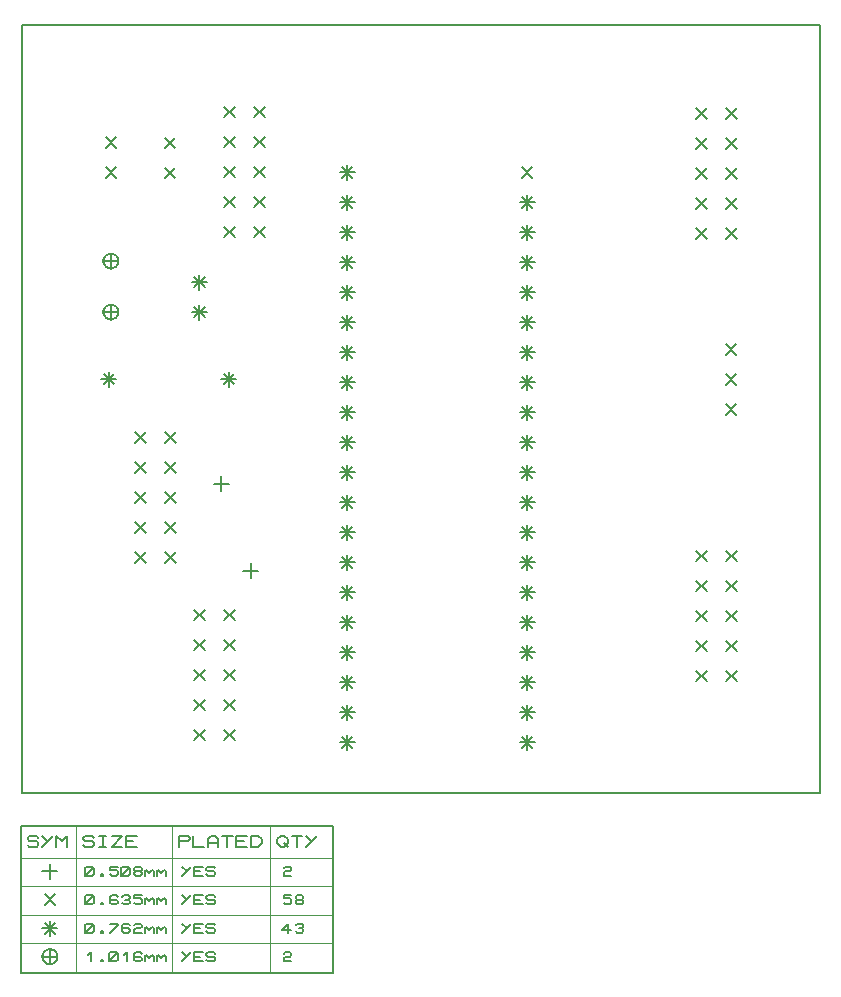
<source format=gbr>
G04 PROTEUS RS274X GERBER FILE*
%FSLAX45Y45*%
%MOMM*%
G01*
%ADD16C,0.203200*%
%ADD26C,0.127000*%
%ADD27C,0.063500*%
D16*
X-1315621Y-810761D02*
X-1315621Y-937761D01*
X-1379121Y-874261D02*
X-1252121Y-874261D01*
X-1566962Y-71194D02*
X-1566962Y-198194D01*
X-1630462Y-134694D02*
X-1503462Y-134694D01*
X-500000Y+2563500D02*
X-500000Y+2436500D01*
X-563500Y+2500000D02*
X-436500Y+2500000D01*
X-544901Y+2544901D02*
X-455099Y+2455099D01*
X-544901Y+2455099D02*
X-455099Y+2544901D01*
X-500000Y+2309500D02*
X-500000Y+2182500D01*
X-563500Y+2246000D02*
X-436500Y+2246000D01*
X-544901Y+2290901D02*
X-455099Y+2201099D01*
X-544901Y+2201099D02*
X-455099Y+2290901D01*
X-500000Y+2055500D02*
X-500000Y+1928500D01*
X-563500Y+1992000D02*
X-436500Y+1992000D01*
X-544901Y+2036901D02*
X-455099Y+1947099D01*
X-544901Y+1947099D02*
X-455099Y+2036901D01*
X-500000Y+1801500D02*
X-500000Y+1674500D01*
X-563500Y+1738000D02*
X-436500Y+1738000D01*
X-544901Y+1782901D02*
X-455099Y+1693099D01*
X-544901Y+1693099D02*
X-455099Y+1782901D01*
X-500000Y+1547500D02*
X-500000Y+1420500D01*
X-563500Y+1484000D02*
X-436500Y+1484000D01*
X-544901Y+1528901D02*
X-455099Y+1439099D01*
X-544901Y+1439099D02*
X-455099Y+1528901D01*
X-500000Y+1293500D02*
X-500000Y+1166500D01*
X-563500Y+1230000D02*
X-436500Y+1230000D01*
X-544901Y+1274901D02*
X-455099Y+1185099D01*
X-544901Y+1185099D02*
X-455099Y+1274901D01*
X-500000Y+1039500D02*
X-500000Y+912500D01*
X-563500Y+976000D02*
X-436500Y+976000D01*
X-544901Y+1020901D02*
X-455099Y+931099D01*
X-544901Y+931099D02*
X-455099Y+1020901D01*
X-500000Y+785500D02*
X-500000Y+658500D01*
X-563500Y+722000D02*
X-436500Y+722000D01*
X-544901Y+766901D02*
X-455099Y+677099D01*
X-544901Y+677099D02*
X-455099Y+766901D01*
X-500000Y+531500D02*
X-500000Y+404500D01*
X-563500Y+468000D02*
X-436500Y+468000D01*
X-544901Y+512901D02*
X-455099Y+423099D01*
X-544901Y+423099D02*
X-455099Y+512901D01*
X-500000Y+277500D02*
X-500000Y+150500D01*
X-563500Y+214000D02*
X-436500Y+214000D01*
X-544901Y+258901D02*
X-455099Y+169099D01*
X-544901Y+169099D02*
X-455099Y+258901D01*
X-500000Y+23500D02*
X-500000Y-103500D01*
X-563500Y-40000D02*
X-436500Y-40000D01*
X-544901Y+4901D02*
X-455099Y-84901D01*
X-544901Y-84901D02*
X-455099Y+4901D01*
X-500000Y-230500D02*
X-500000Y-357500D01*
X-563500Y-294000D02*
X-436500Y-294000D01*
X-544901Y-249099D02*
X-455099Y-338901D01*
X-544901Y-338901D02*
X-455099Y-249099D01*
X-500000Y-484500D02*
X-500000Y-611500D01*
X-563500Y-548000D02*
X-436500Y-548000D01*
X-544901Y-503099D02*
X-455099Y-592901D01*
X-544901Y-592901D02*
X-455099Y-503099D01*
X-500000Y-738500D02*
X-500000Y-865500D01*
X-563500Y-802000D02*
X-436500Y-802000D01*
X-544901Y-757099D02*
X-455099Y-846901D01*
X-544901Y-846901D02*
X-455099Y-757099D01*
X-500000Y-992500D02*
X-500000Y-1119500D01*
X-563500Y-1056000D02*
X-436500Y-1056000D01*
X-544901Y-1011099D02*
X-455099Y-1100901D01*
X-544901Y-1100901D02*
X-455099Y-1011099D01*
X-500000Y-1246500D02*
X-500000Y-1373500D01*
X-563500Y-1310000D02*
X-436500Y-1310000D01*
X-544901Y-1265099D02*
X-455099Y-1354901D01*
X-544901Y-1354901D02*
X-455099Y-1265099D01*
X-500000Y-1500500D02*
X-500000Y-1627500D01*
X-563500Y-1564000D02*
X-436500Y-1564000D01*
X-544901Y-1519099D02*
X-455099Y-1608901D01*
X-544901Y-1608901D02*
X-455099Y-1519099D01*
X-500000Y-1754500D02*
X-500000Y-1881500D01*
X-563500Y-1818000D02*
X-436500Y-1818000D01*
X-544901Y-1773099D02*
X-455099Y-1862901D01*
X-544901Y-1862901D02*
X-455099Y-1773099D01*
X-500000Y-2008500D02*
X-500000Y-2135500D01*
X-563500Y-2072000D02*
X-436500Y-2072000D01*
X-544901Y-2027099D02*
X-455099Y-2116901D01*
X-544901Y-2116901D02*
X-455099Y-2027099D01*
X-500000Y-2262500D02*
X-500000Y-2389500D01*
X-563500Y-2326000D02*
X-436500Y-2326000D01*
X-544901Y-2281099D02*
X-455099Y-2370901D01*
X-544901Y-2370901D02*
X-455099Y-2281099D01*
X+1024000Y-2262500D02*
X+1024000Y-2389500D01*
X+960500Y-2326000D02*
X+1087500Y-2326000D01*
X+979099Y-2281099D02*
X+1068901Y-2370901D01*
X+979099Y-2370901D02*
X+1068901Y-2281099D01*
X+1024000Y-2008500D02*
X+1024000Y-2135500D01*
X+960500Y-2072000D02*
X+1087500Y-2072000D01*
X+979099Y-2027099D02*
X+1068901Y-2116901D01*
X+979099Y-2116901D02*
X+1068901Y-2027099D01*
X+1024000Y-1754500D02*
X+1024000Y-1881500D01*
X+960500Y-1818000D02*
X+1087500Y-1818000D01*
X+979099Y-1773099D02*
X+1068901Y-1862901D01*
X+979099Y-1862901D02*
X+1068901Y-1773099D01*
X+1024000Y-1500500D02*
X+1024000Y-1627500D01*
X+960500Y-1564000D02*
X+1087500Y-1564000D01*
X+979099Y-1519099D02*
X+1068901Y-1608901D01*
X+979099Y-1608901D02*
X+1068901Y-1519099D01*
X+1024000Y-1246500D02*
X+1024000Y-1373500D01*
X+960500Y-1310000D02*
X+1087500Y-1310000D01*
X+979099Y-1265099D02*
X+1068901Y-1354901D01*
X+979099Y-1354901D02*
X+1068901Y-1265099D01*
X+1024000Y-992500D02*
X+1024000Y-1119500D01*
X+960500Y-1056000D02*
X+1087500Y-1056000D01*
X+979099Y-1011099D02*
X+1068901Y-1100901D01*
X+979099Y-1100901D02*
X+1068901Y-1011099D01*
X+1024000Y-738500D02*
X+1024000Y-865500D01*
X+960500Y-802000D02*
X+1087500Y-802000D01*
X+979099Y-757099D02*
X+1068901Y-846901D01*
X+979099Y-846901D02*
X+1068901Y-757099D01*
X+1024000Y-484500D02*
X+1024000Y-611500D01*
X+960500Y-548000D02*
X+1087500Y-548000D01*
X+979099Y-503099D02*
X+1068901Y-592901D01*
X+979099Y-592901D02*
X+1068901Y-503099D01*
X+1024000Y-230500D02*
X+1024000Y-357500D01*
X+960500Y-294000D02*
X+1087500Y-294000D01*
X+979099Y-249099D02*
X+1068901Y-338901D01*
X+979099Y-338901D02*
X+1068901Y-249099D01*
X+1024000Y+23500D02*
X+1024000Y-103500D01*
X+960500Y-40000D02*
X+1087500Y-40000D01*
X+979099Y+4901D02*
X+1068901Y-84901D01*
X+979099Y-84901D02*
X+1068901Y+4901D01*
X+1024000Y+277500D02*
X+1024000Y+150500D01*
X+960500Y+214000D02*
X+1087500Y+214000D01*
X+979099Y+258901D02*
X+1068901Y+169099D01*
X+979099Y+169099D02*
X+1068901Y+258901D01*
X+1024000Y+531500D02*
X+1024000Y+404500D01*
X+960500Y+468000D02*
X+1087500Y+468000D01*
X+979099Y+512901D02*
X+1068901Y+423099D01*
X+979099Y+423099D02*
X+1068901Y+512901D01*
X+1024000Y+785500D02*
X+1024000Y+658500D01*
X+960500Y+722000D02*
X+1087500Y+722000D01*
X+979099Y+766901D02*
X+1068901Y+677099D01*
X+979099Y+677099D02*
X+1068901Y+766901D01*
X+1024000Y+1039500D02*
X+1024000Y+912500D01*
X+960500Y+976000D02*
X+1087500Y+976000D01*
X+979099Y+1020901D02*
X+1068901Y+931099D01*
X+979099Y+931099D02*
X+1068901Y+1020901D01*
X+1024000Y+1293500D02*
X+1024000Y+1166500D01*
X+960500Y+1230000D02*
X+1087500Y+1230000D01*
X+979099Y+1274901D02*
X+1068901Y+1185099D01*
X+979099Y+1185099D02*
X+1068901Y+1274901D01*
X+1024000Y+1547500D02*
X+1024000Y+1420500D01*
X+960500Y+1484000D02*
X+1087500Y+1484000D01*
X+979099Y+1528901D02*
X+1068901Y+1439099D01*
X+979099Y+1439099D02*
X+1068901Y+1528901D01*
X+1024000Y+1801500D02*
X+1024000Y+1674500D01*
X+960500Y+1738000D02*
X+1087500Y+1738000D01*
X+979099Y+1782901D02*
X+1068901Y+1693099D01*
X+979099Y+1693099D02*
X+1068901Y+1782901D01*
X+1024000Y+2055500D02*
X+1024000Y+1928500D01*
X+960500Y+1992000D02*
X+1087500Y+1992000D01*
X+979099Y+2036901D02*
X+1068901Y+1947099D01*
X+979099Y+1947099D02*
X+1068901Y+2036901D01*
X+1024000Y+2309500D02*
X+1024000Y+2182500D01*
X+960500Y+2246000D02*
X+1087500Y+2246000D01*
X+979099Y+2290901D02*
X+1068901Y+2201099D01*
X+979099Y+2201099D02*
X+1068901Y+2290901D01*
X+979099Y+2544901D02*
X+1068901Y+2455099D01*
X+979099Y+2455099D02*
X+1068901Y+2544901D01*
X-1540901Y+3056901D02*
X-1451099Y+2967099D01*
X-1540901Y+2967099D02*
X-1451099Y+3056901D01*
X-1540901Y+2802901D02*
X-1451099Y+2713099D01*
X-1540901Y+2713099D02*
X-1451099Y+2802901D01*
X-1540901Y+2548901D02*
X-1451099Y+2459099D01*
X-1540901Y+2459099D02*
X-1451099Y+2548901D01*
X-1540901Y+2294901D02*
X-1451099Y+2205099D01*
X-1540901Y+2205099D02*
X-1451099Y+2294901D01*
X-1540901Y+2040901D02*
X-1451099Y+1951099D01*
X-1540901Y+1951099D02*
X-1451099Y+2040901D01*
X-1286901Y+2040901D02*
X-1197099Y+1951099D01*
X-1286901Y+1951099D02*
X-1197099Y+2040901D01*
X-1286901Y+2294901D02*
X-1197099Y+2205099D01*
X-1286901Y+2205099D02*
X-1197099Y+2294901D01*
X-1286901Y+2548901D02*
X-1197099Y+2459099D01*
X-1286901Y+2459099D02*
X-1197099Y+2548901D01*
X-1286901Y+2802901D02*
X-1197099Y+2713099D01*
X-1286901Y+2713099D02*
X-1197099Y+2802901D01*
X-1286901Y+3056901D02*
X-1197099Y+2967099D01*
X-1286901Y+2967099D02*
X-1197099Y+3056901D01*
X-1794901Y-1201099D02*
X-1705099Y-1290901D01*
X-1794901Y-1290901D02*
X-1705099Y-1201099D01*
X-1794901Y-1455099D02*
X-1705099Y-1544901D01*
X-1794901Y-1544901D02*
X-1705099Y-1455099D01*
X-1794901Y-1709099D02*
X-1705099Y-1798901D01*
X-1794901Y-1798901D02*
X-1705099Y-1709099D01*
X-1794901Y-1963099D02*
X-1705099Y-2052901D01*
X-1794901Y-2052901D02*
X-1705099Y-1963099D01*
X-1794901Y-2217099D02*
X-1705099Y-2306901D01*
X-1794901Y-2306901D02*
X-1705099Y-2217099D01*
X-1540901Y-2217099D02*
X-1451099Y-2306901D01*
X-1540901Y-2306901D02*
X-1451099Y-2217099D01*
X-1540901Y-1963099D02*
X-1451099Y-2052901D01*
X-1540901Y-2052901D02*
X-1451099Y-1963099D01*
X-1540901Y-1709099D02*
X-1451099Y-1798901D01*
X-1540901Y-1798901D02*
X-1451099Y-1709099D01*
X-1540901Y-1455099D02*
X-1451099Y-1544901D01*
X-1540901Y-1544901D02*
X-1451099Y-1455099D01*
X-1540901Y-1201099D02*
X-1451099Y-1290901D01*
X-1540901Y-1290901D02*
X-1451099Y-1201099D01*
X+2455099Y+3044901D02*
X+2544901Y+2955099D01*
X+2455099Y+2955099D02*
X+2544901Y+3044901D01*
X+2455099Y+2790901D02*
X+2544901Y+2701099D01*
X+2455099Y+2701099D02*
X+2544901Y+2790901D01*
X+2455099Y+2536901D02*
X+2544901Y+2447099D01*
X+2455099Y+2447099D02*
X+2544901Y+2536901D01*
X+2455099Y+2282901D02*
X+2544901Y+2193099D01*
X+2455099Y+2193099D02*
X+2544901Y+2282901D01*
X+2455099Y+2028901D02*
X+2544901Y+1939099D01*
X+2455099Y+1939099D02*
X+2544901Y+2028901D01*
X+2709099Y+2028901D02*
X+2798901Y+1939099D01*
X+2709099Y+1939099D02*
X+2798901Y+2028901D01*
X+2709099Y+2282901D02*
X+2798901Y+2193099D01*
X+2709099Y+2193099D02*
X+2798901Y+2282901D01*
X+2709099Y+2536901D02*
X+2798901Y+2447099D01*
X+2709099Y+2447099D02*
X+2798901Y+2536901D01*
X+2709099Y+2790901D02*
X+2798901Y+2701099D01*
X+2709099Y+2701099D02*
X+2798901Y+2790901D01*
X+2709099Y+3044901D02*
X+2798901Y+2955099D01*
X+2709099Y+2955099D02*
X+2798901Y+3044901D01*
X+2709099Y-1717099D02*
X+2798901Y-1806901D01*
X+2709099Y-1806901D02*
X+2798901Y-1717099D01*
X+2709099Y-1463099D02*
X+2798901Y-1552901D01*
X+2709099Y-1552901D02*
X+2798901Y-1463099D01*
X+2709099Y-1209099D02*
X+2798901Y-1298901D01*
X+2709099Y-1298901D02*
X+2798901Y-1209099D01*
X+2709099Y-955099D02*
X+2798901Y-1044901D01*
X+2709099Y-1044901D02*
X+2798901Y-955099D01*
X+2709099Y-701099D02*
X+2798901Y-790901D01*
X+2709099Y-790901D02*
X+2798901Y-701099D01*
X+2455099Y-701099D02*
X+2544901Y-790901D01*
X+2455099Y-790901D02*
X+2544901Y-701099D01*
X+2455099Y-955099D02*
X+2544901Y-1044901D01*
X+2455099Y-1044901D02*
X+2544901Y-955099D01*
X+2455099Y-1209099D02*
X+2544901Y-1298901D01*
X+2455099Y-1298901D02*
X+2544901Y-1209099D01*
X+2455099Y-1463099D02*
X+2544901Y-1552901D01*
X+2455099Y-1552901D02*
X+2544901Y-1463099D01*
X+2455099Y-1717099D02*
X+2544901Y-1806901D01*
X+2455099Y-1806901D02*
X+2544901Y-1717099D01*
X-1500000Y+813500D02*
X-1500000Y+686500D01*
X-1563500Y+750000D02*
X-1436500Y+750000D01*
X-1544901Y+794901D02*
X-1455099Y+705099D01*
X-1544901Y+705099D02*
X-1455099Y+794901D01*
X-2516000Y+813500D02*
X-2516000Y+686500D01*
X-2579500Y+750000D02*
X-2452500Y+750000D01*
X-2560901Y+794901D02*
X-2471099Y+705099D01*
X-2560901Y+705099D02*
X-2471099Y+794901D01*
X-1750000Y+1381700D02*
X-1750000Y+1254700D01*
X-1813500Y+1318200D02*
X-1686500Y+1318200D01*
X-1794901Y+1363101D02*
X-1705099Y+1273299D01*
X-1794901Y+1273299D02*
X-1705099Y+1363101D01*
X-1750000Y+1635700D02*
X-1750000Y+1508700D01*
X-1813500Y+1572200D02*
X-1686500Y+1572200D01*
X-1794901Y+1617101D02*
X-1705099Y+1527299D01*
X-1794901Y+1527299D02*
X-1705099Y+1617101D01*
X-2436500Y+1318200D02*
X-2436717Y+1323447D01*
X-2438482Y+1333942D01*
X-2442174Y+1344437D01*
X-2448202Y+1354932D01*
X-2457424Y+1365312D01*
X-2467919Y+1373000D01*
X-2478414Y+1377918D01*
X-2488909Y+1380724D01*
X-2499404Y+1381697D01*
X-2500000Y+1381700D01*
X-2563500Y+1318200D02*
X-2563283Y+1323447D01*
X-2561518Y+1333942D01*
X-2557826Y+1344437D01*
X-2551798Y+1354932D01*
X-2542576Y+1365312D01*
X-2532081Y+1373000D01*
X-2521586Y+1377918D01*
X-2511091Y+1380724D01*
X-2500596Y+1381697D01*
X-2500000Y+1381700D01*
X-2563500Y+1318200D02*
X-2563283Y+1312953D01*
X-2561518Y+1302458D01*
X-2557826Y+1291963D01*
X-2551798Y+1281468D01*
X-2542576Y+1271088D01*
X-2532081Y+1263400D01*
X-2521586Y+1258482D01*
X-2511091Y+1255676D01*
X-2500596Y+1254703D01*
X-2500000Y+1254700D01*
X-2436500Y+1318200D02*
X-2436717Y+1312953D01*
X-2438482Y+1302458D01*
X-2442174Y+1291963D01*
X-2448202Y+1281468D01*
X-2457424Y+1271088D01*
X-2467919Y+1263400D01*
X-2478414Y+1258482D01*
X-2488909Y+1255676D01*
X-2499404Y+1254703D01*
X-2500000Y+1254700D01*
X-2500000Y+1381700D02*
X-2500000Y+1254700D01*
X-2563500Y+1318200D02*
X-2436500Y+1318200D01*
X-2436500Y+1750000D02*
X-2436717Y+1755247D01*
X-2438482Y+1765742D01*
X-2442174Y+1776237D01*
X-2448202Y+1786732D01*
X-2457424Y+1797112D01*
X-2467919Y+1804800D01*
X-2478414Y+1809718D01*
X-2488909Y+1812524D01*
X-2499404Y+1813497D01*
X-2500000Y+1813500D01*
X-2563500Y+1750000D02*
X-2563283Y+1755247D01*
X-2561518Y+1765742D01*
X-2557826Y+1776237D01*
X-2551798Y+1786732D01*
X-2542576Y+1797112D01*
X-2532081Y+1804800D01*
X-2521586Y+1809718D01*
X-2511091Y+1812524D01*
X-2500596Y+1813497D01*
X-2500000Y+1813500D01*
X-2563500Y+1750000D02*
X-2563283Y+1744753D01*
X-2561518Y+1734258D01*
X-2557826Y+1723763D01*
X-2551798Y+1713268D01*
X-2542576Y+1702888D01*
X-2532081Y+1695200D01*
X-2521586Y+1690282D01*
X-2511091Y+1687476D01*
X-2500596Y+1686503D01*
X-2500000Y+1686500D01*
X-2436500Y+1750000D02*
X-2436717Y+1744753D01*
X-2438482Y+1734258D01*
X-2442174Y+1723763D01*
X-2448202Y+1713268D01*
X-2457424Y+1702888D01*
X-2467919Y+1695200D01*
X-2478414Y+1690282D01*
X-2488909Y+1687476D01*
X-2499404Y+1686503D01*
X-2500000Y+1686500D01*
X-2500000Y+1813500D02*
X-2500000Y+1686500D01*
X-2563500Y+1750000D02*
X-2436500Y+1750000D01*
X-2294901Y+298901D02*
X-2205099Y+209099D01*
X-2294901Y+209099D02*
X-2205099Y+298901D01*
X-2294901Y+44901D02*
X-2205099Y-44901D01*
X-2294901Y-44901D02*
X-2205099Y+44901D01*
X-2294901Y-209099D02*
X-2205099Y-298901D01*
X-2294901Y-298901D02*
X-2205099Y-209099D01*
X-2294901Y-463099D02*
X-2205099Y-552901D01*
X-2294901Y-552901D02*
X-2205099Y-463099D01*
X-2294901Y-717099D02*
X-2205099Y-806901D01*
X-2294901Y-806901D02*
X-2205099Y-717099D01*
X-2040901Y-717099D02*
X-1951099Y-806901D01*
X-2040901Y-806901D02*
X-1951099Y-717099D01*
X-2040901Y-463099D02*
X-1951099Y-552901D01*
X-2040901Y-552901D02*
X-1951099Y-463099D01*
X-2040901Y-209099D02*
X-1951099Y-298901D01*
X-2040901Y-298901D02*
X-1951099Y-209099D01*
X-2040901Y+44901D02*
X-1951099Y-44901D01*
X-2040901Y-44901D02*
X-1951099Y+44901D01*
X-2040901Y+298901D02*
X-1951099Y+209099D01*
X-2040901Y+209099D02*
X-1951099Y+298901D01*
X+2705099Y+1044901D02*
X+2794901Y+955099D01*
X+2705099Y+955099D02*
X+2794901Y+1044901D01*
X+2705099Y+790901D02*
X+2794901Y+701099D01*
X+2705099Y+701099D02*
X+2794901Y+790901D01*
X+2705099Y+536901D02*
X+2794901Y+447099D01*
X+2705099Y+447099D02*
X+2794901Y+536901D01*
X-2044901Y+2540901D02*
X-1955099Y+2451099D01*
X-2044901Y+2451099D02*
X-1955099Y+2540901D01*
X-2044901Y+2794901D02*
X-1955099Y+2705099D01*
X-2044901Y+2705099D02*
X-1955099Y+2794901D01*
X-2544901Y+2544901D02*
X-2455099Y+2455099D01*
X-2544901Y+2455099D02*
X-2455099Y+2544901D01*
X-2544901Y+2798901D02*
X-2455099Y+2709099D01*
X-2544901Y+2709099D02*
X-2455099Y+2798901D01*
X-3250000Y-2750000D02*
X+3500000Y-2750000D01*
X+3500000Y+3750000D01*
X-3250000Y+3750000D01*
X-3250000Y-2750000D01*
D26*
X-3262700Y-4274000D02*
X-618560Y-4274000D01*
X-618560Y-3029400D01*
X-3262700Y-3029400D01*
X-3262700Y-4274000D01*
D27*
X-2795338Y-3029400D02*
X-2795338Y-4274000D01*
X-1982538Y-3029400D02*
X-1982538Y-4274000D01*
X-1149418Y-3029400D02*
X-1149418Y-4274000D01*
X-3262700Y-3302450D02*
X-618560Y-3302450D01*
X-3262700Y-3543750D02*
X-618560Y-3543750D01*
X-3262700Y-3785050D02*
X-618560Y-3785050D01*
X-3262700Y-4026350D02*
X-618560Y-4026350D01*
D26*
X-3205550Y-3193230D02*
X-3190310Y-3208470D01*
X-3129350Y-3208470D01*
X-3114110Y-3193230D01*
X-3114110Y-3177990D01*
X-3129350Y-3162750D01*
X-3190310Y-3162750D01*
X-3205550Y-3147510D01*
X-3205550Y-3132270D01*
X-3190310Y-3117030D01*
X-3129350Y-3117030D01*
X-3114110Y-3132270D01*
X-2992190Y-3117030D02*
X-3083630Y-3208470D01*
X-3083630Y-3117030D02*
X-3037910Y-3162750D01*
X-2961710Y-3208470D02*
X-2961710Y-3117030D01*
X-2915990Y-3162750D01*
X-2870270Y-3117030D01*
X-2870270Y-3208470D01*
X-2738190Y-3193230D02*
X-2722950Y-3208470D01*
X-2661990Y-3208470D01*
X-2646750Y-3193230D01*
X-2646750Y-3177990D01*
X-2661990Y-3162750D01*
X-2722950Y-3162750D01*
X-2738190Y-3147510D01*
X-2738190Y-3132270D01*
X-2722950Y-3117030D01*
X-2661990Y-3117030D01*
X-2646750Y-3132270D01*
X-2601030Y-3117030D02*
X-2540070Y-3117030D01*
X-2570550Y-3117030D02*
X-2570550Y-3208470D01*
X-2601030Y-3208470D02*
X-2540070Y-3208470D01*
X-2494350Y-3117030D02*
X-2402910Y-3117030D01*
X-2494350Y-3208470D01*
X-2402910Y-3208470D01*
X-2280990Y-3208470D02*
X-2372430Y-3208470D01*
X-2372430Y-3117030D01*
X-2280990Y-3117030D01*
X-2372430Y-3162750D02*
X-2311470Y-3162750D01*
X-1925390Y-3208470D02*
X-1925390Y-3117030D01*
X-1849190Y-3117030D01*
X-1833950Y-3132270D01*
X-1833950Y-3147510D01*
X-1849190Y-3162750D01*
X-1925390Y-3162750D01*
X-1803470Y-3117030D02*
X-1803470Y-3208470D01*
X-1712030Y-3208470D01*
X-1681550Y-3208470D02*
X-1681550Y-3147510D01*
X-1651070Y-3117030D01*
X-1620590Y-3117030D01*
X-1590110Y-3147510D01*
X-1590110Y-3208470D01*
X-1681550Y-3177990D02*
X-1590110Y-3177990D01*
X-1559630Y-3117030D02*
X-1468190Y-3117030D01*
X-1513910Y-3117030D02*
X-1513910Y-3208470D01*
X-1346270Y-3208470D02*
X-1437710Y-3208470D01*
X-1437710Y-3117030D01*
X-1346270Y-3117030D01*
X-1437710Y-3162750D02*
X-1376750Y-3162750D01*
X-1315790Y-3208470D02*
X-1315790Y-3117030D01*
X-1254830Y-3117030D01*
X-1224350Y-3147510D01*
X-1224350Y-3177990D01*
X-1254830Y-3208470D01*
X-1315790Y-3208470D01*
X-1092270Y-3147510D02*
X-1061790Y-3117030D01*
X-1031310Y-3117030D01*
X-1000830Y-3147510D01*
X-1000830Y-3177990D01*
X-1031310Y-3208470D01*
X-1061790Y-3208470D01*
X-1092270Y-3177990D01*
X-1092270Y-3147510D01*
X-1031310Y-3177990D02*
X-1000830Y-3208470D01*
X-970350Y-3117030D02*
X-878910Y-3117030D01*
X-924630Y-3117030D02*
X-924630Y-3208470D01*
X-756990Y-3117030D02*
X-848430Y-3208470D01*
X-848430Y-3117030D02*
X-802710Y-3162750D01*
D16*
X-3016320Y-3353250D02*
X-3016320Y-3480250D01*
X-3079820Y-3416750D02*
X-2952820Y-3416750D01*
D26*
X-2719140Y-3442150D02*
X-2719140Y-3391350D01*
X-2706440Y-3378650D01*
X-2655640Y-3378650D01*
X-2642940Y-3391350D01*
X-2642940Y-3442150D01*
X-2655640Y-3454850D01*
X-2706440Y-3454850D01*
X-2719140Y-3442150D01*
X-2719140Y-3454850D02*
X-2642940Y-3378650D01*
X-2579440Y-3442150D02*
X-2566740Y-3442150D01*
X-2566740Y-3454850D01*
X-2579440Y-3454850D01*
X-2579440Y-3442150D01*
X-2439740Y-3378650D02*
X-2503240Y-3378650D01*
X-2503240Y-3404050D01*
X-2452440Y-3404050D01*
X-2439740Y-3416750D01*
X-2439740Y-3442150D01*
X-2452440Y-3454850D01*
X-2490540Y-3454850D01*
X-2503240Y-3442150D01*
X-2414340Y-3442150D02*
X-2414340Y-3391350D01*
X-2401640Y-3378650D01*
X-2350840Y-3378650D01*
X-2338140Y-3391350D01*
X-2338140Y-3442150D01*
X-2350840Y-3454850D01*
X-2401640Y-3454850D01*
X-2414340Y-3442150D01*
X-2414340Y-3454850D02*
X-2338140Y-3378650D01*
X-2287340Y-3416750D02*
X-2300040Y-3404050D01*
X-2300040Y-3391350D01*
X-2287340Y-3378650D01*
X-2249240Y-3378650D01*
X-2236540Y-3391350D01*
X-2236540Y-3404050D01*
X-2249240Y-3416750D01*
X-2287340Y-3416750D01*
X-2300040Y-3429450D01*
X-2300040Y-3442150D01*
X-2287340Y-3454850D01*
X-2249240Y-3454850D01*
X-2236540Y-3442150D01*
X-2236540Y-3429450D01*
X-2249240Y-3416750D01*
X-2211140Y-3454850D02*
X-2211140Y-3404050D01*
X-2211140Y-3416750D02*
X-2198440Y-3404050D01*
X-2173040Y-3429450D01*
X-2147640Y-3404050D01*
X-2134940Y-3416750D01*
X-2134940Y-3454850D01*
X-2109540Y-3454850D02*
X-2109540Y-3404050D01*
X-2109540Y-3416750D02*
X-2096840Y-3404050D01*
X-2071440Y-3429450D01*
X-2046040Y-3404050D01*
X-2033340Y-3416750D01*
X-2033340Y-3454850D01*
X-1817440Y-3378650D02*
X-1893640Y-3454850D01*
X-1893640Y-3378650D02*
X-1855540Y-3416750D01*
X-1715840Y-3454850D02*
X-1792040Y-3454850D01*
X-1792040Y-3378650D01*
X-1715840Y-3378650D01*
X-1792040Y-3416750D02*
X-1741240Y-3416750D01*
X-1690440Y-3442150D02*
X-1677740Y-3454850D01*
X-1626940Y-3454850D01*
X-1614240Y-3442150D01*
X-1614240Y-3429450D01*
X-1626940Y-3416750D01*
X-1677740Y-3416750D01*
X-1690440Y-3404050D01*
X-1690440Y-3391350D01*
X-1677740Y-3378650D01*
X-1626940Y-3378650D01*
X-1614240Y-3391350D01*
X-1035120Y-3391350D02*
X-1022420Y-3378650D01*
X-984320Y-3378650D01*
X-971620Y-3391350D01*
X-971620Y-3404050D01*
X-984320Y-3416750D01*
X-1022420Y-3416750D01*
X-1035120Y-3429450D01*
X-1035120Y-3454850D01*
X-971620Y-3454850D01*
D16*
X-3061221Y-3613149D02*
X-2971419Y-3702951D01*
X-3061221Y-3702951D02*
X-2971419Y-3613149D01*
D26*
X-2719140Y-3683450D02*
X-2719140Y-3632650D01*
X-2706440Y-3619950D01*
X-2655640Y-3619950D01*
X-2642940Y-3632650D01*
X-2642940Y-3683450D01*
X-2655640Y-3696150D01*
X-2706440Y-3696150D01*
X-2719140Y-3683450D01*
X-2719140Y-3696150D02*
X-2642940Y-3619950D01*
X-2579440Y-3683450D02*
X-2566740Y-3683450D01*
X-2566740Y-3696150D01*
X-2579440Y-3696150D01*
X-2579440Y-3683450D01*
X-2439740Y-3632650D02*
X-2452440Y-3619950D01*
X-2490540Y-3619950D01*
X-2503240Y-3632650D01*
X-2503240Y-3683450D01*
X-2490540Y-3696150D01*
X-2452440Y-3696150D01*
X-2439740Y-3683450D01*
X-2439740Y-3670750D01*
X-2452440Y-3658050D01*
X-2503240Y-3658050D01*
X-2401640Y-3632650D02*
X-2388940Y-3619950D01*
X-2350840Y-3619950D01*
X-2338140Y-3632650D01*
X-2338140Y-3645350D01*
X-2350840Y-3658050D01*
X-2338140Y-3670750D01*
X-2338140Y-3683450D01*
X-2350840Y-3696150D01*
X-2388940Y-3696150D01*
X-2401640Y-3683450D01*
X-2376240Y-3658050D02*
X-2350840Y-3658050D01*
X-2236540Y-3619950D02*
X-2300040Y-3619950D01*
X-2300040Y-3645350D01*
X-2249240Y-3645350D01*
X-2236540Y-3658050D01*
X-2236540Y-3683450D01*
X-2249240Y-3696150D01*
X-2287340Y-3696150D01*
X-2300040Y-3683450D01*
X-2211140Y-3696150D02*
X-2211140Y-3645350D01*
X-2211140Y-3658050D02*
X-2198440Y-3645350D01*
X-2173040Y-3670750D01*
X-2147640Y-3645350D01*
X-2134940Y-3658050D01*
X-2134940Y-3696150D01*
X-2109540Y-3696150D02*
X-2109540Y-3645350D01*
X-2109540Y-3658050D02*
X-2096840Y-3645350D01*
X-2071440Y-3670750D01*
X-2046040Y-3645350D01*
X-2033340Y-3658050D01*
X-2033340Y-3696150D01*
X-1817440Y-3619950D02*
X-1893640Y-3696150D01*
X-1893640Y-3619950D02*
X-1855540Y-3658050D01*
X-1715840Y-3696150D02*
X-1792040Y-3696150D01*
X-1792040Y-3619950D01*
X-1715840Y-3619950D01*
X-1792040Y-3658050D02*
X-1741240Y-3658050D01*
X-1690440Y-3683450D02*
X-1677740Y-3696150D01*
X-1626940Y-3696150D01*
X-1614240Y-3683450D01*
X-1614240Y-3670750D01*
X-1626940Y-3658050D01*
X-1677740Y-3658050D01*
X-1690440Y-3645350D01*
X-1690440Y-3632650D01*
X-1677740Y-3619950D01*
X-1626940Y-3619950D01*
X-1614240Y-3632650D01*
X-971620Y-3619950D02*
X-1035120Y-3619950D01*
X-1035120Y-3645350D01*
X-984320Y-3645350D01*
X-971620Y-3658050D01*
X-971620Y-3683450D01*
X-984320Y-3696150D01*
X-1022420Y-3696150D01*
X-1035120Y-3683450D01*
X-920820Y-3658050D02*
X-933520Y-3645350D01*
X-933520Y-3632650D01*
X-920820Y-3619950D01*
X-882720Y-3619950D01*
X-870020Y-3632650D01*
X-870020Y-3645350D01*
X-882720Y-3658050D01*
X-920820Y-3658050D01*
X-933520Y-3670750D01*
X-933520Y-3683450D01*
X-920820Y-3696150D01*
X-882720Y-3696150D01*
X-870020Y-3683450D01*
X-870020Y-3670750D01*
X-882720Y-3658050D01*
D16*
X-3016320Y-3835850D02*
X-3016320Y-3962850D01*
X-3079820Y-3899350D02*
X-2952820Y-3899350D01*
X-3061221Y-3854449D02*
X-2971419Y-3944251D01*
X-3061221Y-3944251D02*
X-2971419Y-3854449D01*
D26*
X-2719140Y-3924750D02*
X-2719140Y-3873950D01*
X-2706440Y-3861250D01*
X-2655640Y-3861250D01*
X-2642940Y-3873950D01*
X-2642940Y-3924750D01*
X-2655640Y-3937450D01*
X-2706440Y-3937450D01*
X-2719140Y-3924750D01*
X-2719140Y-3937450D02*
X-2642940Y-3861250D01*
X-2579440Y-3924750D02*
X-2566740Y-3924750D01*
X-2566740Y-3937450D01*
X-2579440Y-3937450D01*
X-2579440Y-3924750D01*
X-2503240Y-3861250D02*
X-2439740Y-3861250D01*
X-2439740Y-3873950D01*
X-2503240Y-3937450D01*
X-2338140Y-3873950D02*
X-2350840Y-3861250D01*
X-2388940Y-3861250D01*
X-2401640Y-3873950D01*
X-2401640Y-3924750D01*
X-2388940Y-3937450D01*
X-2350840Y-3937450D01*
X-2338140Y-3924750D01*
X-2338140Y-3912050D01*
X-2350840Y-3899350D01*
X-2401640Y-3899350D01*
X-2300040Y-3873950D02*
X-2287340Y-3861250D01*
X-2249240Y-3861250D01*
X-2236540Y-3873950D01*
X-2236540Y-3886650D01*
X-2249240Y-3899350D01*
X-2287340Y-3899350D01*
X-2300040Y-3912050D01*
X-2300040Y-3937450D01*
X-2236540Y-3937450D01*
X-2211140Y-3937450D02*
X-2211140Y-3886650D01*
X-2211140Y-3899350D02*
X-2198440Y-3886650D01*
X-2173040Y-3912050D01*
X-2147640Y-3886650D01*
X-2134940Y-3899350D01*
X-2134940Y-3937450D01*
X-2109540Y-3937450D02*
X-2109540Y-3886650D01*
X-2109540Y-3899350D02*
X-2096840Y-3886650D01*
X-2071440Y-3912050D01*
X-2046040Y-3886650D01*
X-2033340Y-3899350D01*
X-2033340Y-3937450D01*
X-1817440Y-3861250D02*
X-1893640Y-3937450D01*
X-1893640Y-3861250D02*
X-1855540Y-3899350D01*
X-1715840Y-3937450D02*
X-1792040Y-3937450D01*
X-1792040Y-3861250D01*
X-1715840Y-3861250D01*
X-1792040Y-3899350D02*
X-1741240Y-3899350D01*
X-1690440Y-3924750D02*
X-1677740Y-3937450D01*
X-1626940Y-3937450D01*
X-1614240Y-3924750D01*
X-1614240Y-3912050D01*
X-1626940Y-3899350D01*
X-1677740Y-3899350D01*
X-1690440Y-3886650D01*
X-1690440Y-3873950D01*
X-1677740Y-3861250D01*
X-1626940Y-3861250D01*
X-1614240Y-3873950D01*
X-971620Y-3912050D02*
X-1047820Y-3912050D01*
X-997020Y-3861250D01*
X-997020Y-3937450D01*
X-933520Y-3873950D02*
X-920820Y-3861250D01*
X-882720Y-3861250D01*
X-870020Y-3873950D01*
X-870020Y-3886650D01*
X-882720Y-3899350D01*
X-870020Y-3912050D01*
X-870020Y-3924750D01*
X-882720Y-3937450D01*
X-920820Y-3937450D01*
X-933520Y-3924750D01*
X-908120Y-3899350D02*
X-882720Y-3899350D01*
D16*
X-2952820Y-4140650D02*
X-2953037Y-4135403D01*
X-2954802Y-4124908D01*
X-2958494Y-4114413D01*
X-2964522Y-4103918D01*
X-2973744Y-4093538D01*
X-2984239Y-4085850D01*
X-2994734Y-4080932D01*
X-3005229Y-4078126D01*
X-3015724Y-4077153D01*
X-3016320Y-4077150D01*
X-3079820Y-4140650D02*
X-3079603Y-4135403D01*
X-3077838Y-4124908D01*
X-3074146Y-4114413D01*
X-3068118Y-4103918D01*
X-3058896Y-4093538D01*
X-3048401Y-4085850D01*
X-3037906Y-4080932D01*
X-3027411Y-4078126D01*
X-3016916Y-4077153D01*
X-3016320Y-4077150D01*
X-3079820Y-4140650D02*
X-3079603Y-4145897D01*
X-3077838Y-4156392D01*
X-3074146Y-4166887D01*
X-3068118Y-4177382D01*
X-3058896Y-4187762D01*
X-3048401Y-4195450D01*
X-3037906Y-4200368D01*
X-3027411Y-4203174D01*
X-3016916Y-4204147D01*
X-3016320Y-4204150D01*
X-2952820Y-4140650D02*
X-2953037Y-4145897D01*
X-2954802Y-4156392D01*
X-2958494Y-4166887D01*
X-2964522Y-4177382D01*
X-2973744Y-4187762D01*
X-2984239Y-4195450D01*
X-2994734Y-4200368D01*
X-3005229Y-4203174D01*
X-3015724Y-4204147D01*
X-3016320Y-4204150D01*
X-3016320Y-4077150D02*
X-3016320Y-4204150D01*
X-3079820Y-4140650D02*
X-2952820Y-4140650D01*
D26*
X-2693740Y-4127950D02*
X-2668340Y-4102550D01*
X-2668340Y-4178750D01*
X-2579440Y-4166050D02*
X-2566740Y-4166050D01*
X-2566740Y-4178750D01*
X-2579440Y-4178750D01*
X-2579440Y-4166050D01*
X-2515940Y-4166050D02*
X-2515940Y-4115250D01*
X-2503240Y-4102550D01*
X-2452440Y-4102550D01*
X-2439740Y-4115250D01*
X-2439740Y-4166050D01*
X-2452440Y-4178750D01*
X-2503240Y-4178750D01*
X-2515940Y-4166050D01*
X-2515940Y-4178750D02*
X-2439740Y-4102550D01*
X-2388940Y-4127950D02*
X-2363540Y-4102550D01*
X-2363540Y-4178750D01*
X-2236540Y-4115250D02*
X-2249240Y-4102550D01*
X-2287340Y-4102550D01*
X-2300040Y-4115250D01*
X-2300040Y-4166050D01*
X-2287340Y-4178750D01*
X-2249240Y-4178750D01*
X-2236540Y-4166050D01*
X-2236540Y-4153350D01*
X-2249240Y-4140650D01*
X-2300040Y-4140650D01*
X-2211140Y-4178750D02*
X-2211140Y-4127950D01*
X-2211140Y-4140650D02*
X-2198440Y-4127950D01*
X-2173040Y-4153350D01*
X-2147640Y-4127950D01*
X-2134940Y-4140650D01*
X-2134940Y-4178750D01*
X-2109540Y-4178750D02*
X-2109540Y-4127950D01*
X-2109540Y-4140650D02*
X-2096840Y-4127950D01*
X-2071440Y-4153350D01*
X-2046040Y-4127950D01*
X-2033340Y-4140650D01*
X-2033340Y-4178750D01*
X-1817440Y-4102550D02*
X-1893640Y-4178750D01*
X-1893640Y-4102550D02*
X-1855540Y-4140650D01*
X-1715840Y-4178750D02*
X-1792040Y-4178750D01*
X-1792040Y-4102550D01*
X-1715840Y-4102550D01*
X-1792040Y-4140650D02*
X-1741240Y-4140650D01*
X-1690440Y-4166050D02*
X-1677740Y-4178750D01*
X-1626940Y-4178750D01*
X-1614240Y-4166050D01*
X-1614240Y-4153350D01*
X-1626940Y-4140650D01*
X-1677740Y-4140650D01*
X-1690440Y-4127950D01*
X-1690440Y-4115250D01*
X-1677740Y-4102550D01*
X-1626940Y-4102550D01*
X-1614240Y-4115250D01*
X-1035120Y-4115250D02*
X-1022420Y-4102550D01*
X-984320Y-4102550D01*
X-971620Y-4115250D01*
X-971620Y-4127950D01*
X-984320Y-4140650D01*
X-1022420Y-4140650D01*
X-1035120Y-4153350D01*
X-1035120Y-4178750D01*
X-971620Y-4178750D01*
M02*

</source>
